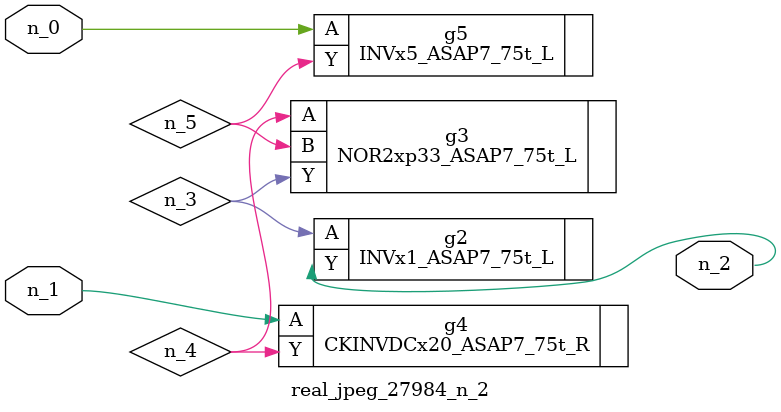
<source format=v>
module real_jpeg_27984_n_2 (n_1, n_0, n_2);

input n_1;
input n_0;

output n_2;

wire n_5;
wire n_4;
wire n_3;

INVx5_ASAP7_75t_L g5 ( 
.A(n_0),
.Y(n_5)
);

CKINVDCx20_ASAP7_75t_R g4 ( 
.A(n_1),
.Y(n_4)
);

INVx1_ASAP7_75t_L g2 ( 
.A(n_3),
.Y(n_2)
);

NOR2xp33_ASAP7_75t_L g3 ( 
.A(n_4),
.B(n_5),
.Y(n_3)
);


endmodule
</source>
